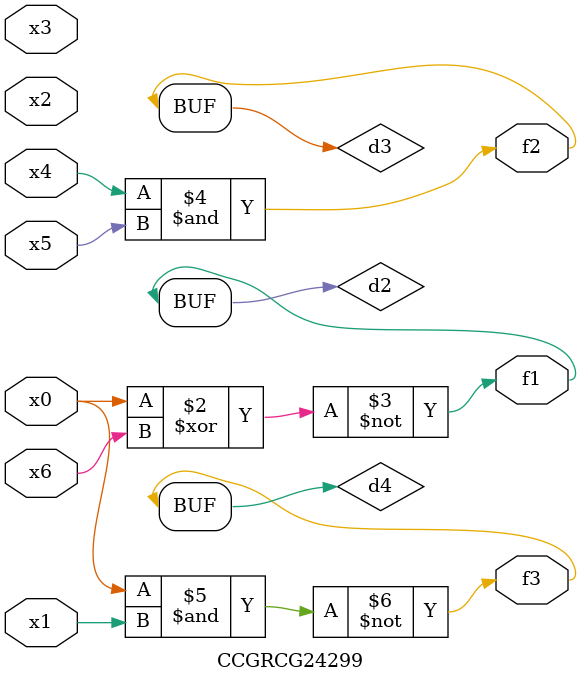
<source format=v>
module CCGRCG24299(
	input x0, x1, x2, x3, x4, x5, x6,
	output f1, f2, f3
);

	wire d1, d2, d3, d4;

	nor (d1, x0);
	xnor (d2, x0, x6);
	and (d3, x4, x5);
	nand (d4, x0, x1);
	assign f1 = d2;
	assign f2 = d3;
	assign f3 = d4;
endmodule

</source>
